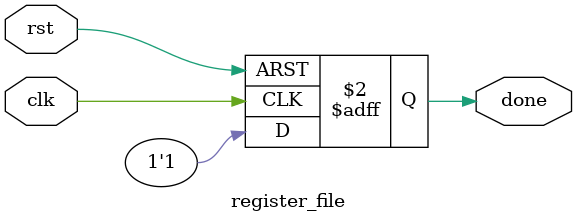
<source format=v>

module register_file(input clk, input rst, output reg done);
    always @(posedge clk or posedge rst) begin
        if (rst)
            done <= 0;
        else
            done <= 1;
    end
endmodule

</source>
